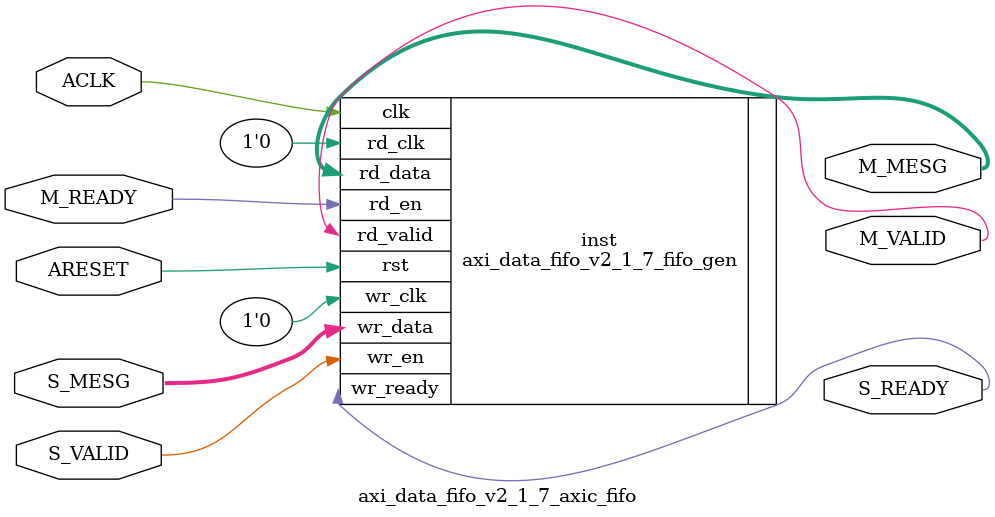
<source format=v>
`timescale 1ps/1ps


(* DowngradeIPIdentifiedWarnings="yes" *) 
module axi_data_fifo_v2_1_7_axic_fifo #
  (
   parameter         C_FAMILY          = "virtex6",
   parameter integer C_FIFO_DEPTH_LOG  = 5,      // FIFO depth = 2**C_FIFO_DEPTH_LOG
                                                 // Range = [5:9] when TYPE="lut",
                                                 // Range = [5:12] when TYPE="bram",
   parameter integer C_FIFO_WIDTH      = 64,     // Width of payload [1:512]
   parameter         C_FIFO_TYPE       = "lut"   // "lut" = LUT (SRL) based,
                                                 // "bram" = BRAM based
   )
  (
   // Global inputs
   input  wire                        ACLK,    // Clock
   input  wire                        ARESET,  // Reset
   // Slave  Port
   input  wire [C_FIFO_WIDTH-1:0]     S_MESG,  // Payload (may be any set of channel signals)
   input  wire                        S_VALID, // FIFO push
   output wire                        S_READY, // FIFO not full
   // Master  Port
   output wire [C_FIFO_WIDTH-1:0]     M_MESG,  // Payload
   output wire                        M_VALID, // FIFO not empty
   input  wire                        M_READY  // FIFO pop
   );

   axi_data_fifo_v2_1_7_fifo_gen #(
     .C_FAMILY(C_FAMILY),
     .C_COMMON_CLOCK(1),
     .C_FIFO_DEPTH_LOG(C_FIFO_DEPTH_LOG),
     .C_FIFO_WIDTH(C_FIFO_WIDTH),
     .C_FIFO_TYPE(C_FIFO_TYPE))
   inst (
     .clk(ACLK),
     .rst(ARESET),
     .wr_clk(1'b0),
     .wr_en(S_VALID),
     .wr_ready(S_READY),
     .wr_data(S_MESG),
     .rd_clk(1'b0),
     .rd_en(M_READY),
     .rd_valid(M_VALID),
     .rd_data(M_MESG));

endmodule

</source>
